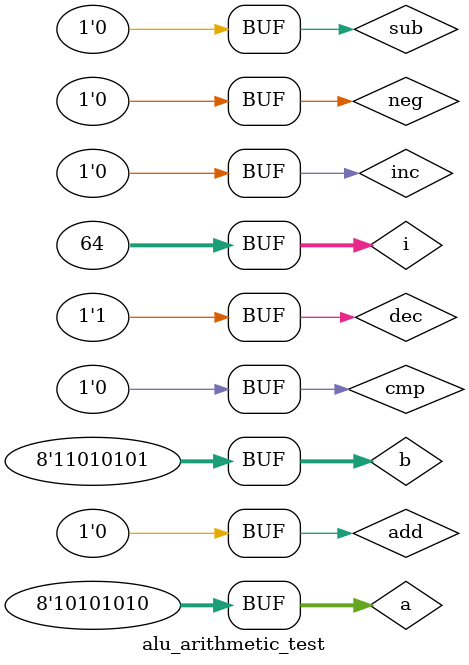
<source format=v>

`timescale 1ns / 1ps

module alu_arithmetic_test();

// Inputs
   reg dec = 0;
   reg inc = 0;
   reg add = 0;
   reg sub = 0;
   reg cmp = 0;
   reg [7:0] a = 0;
   reg [7:0] b = 0;
   reg neg = 0;
	integer i;

// Output
   wire [7:0] sum;
   wire c_out;

// Bidirs

// Instantiate the UUT
   alu_arithmetic UUT (
		.dec(dec), 
		.inc(inc), 
		.add(add), 
		.sub(sub), 
		.cmp(cmp), 
		.a(a), 
		.b(b), 
		.sum(sum), 
		.c_out(c_out), 
		.neg(neg)
   );
// Initialize Inputs
	initial begin
		#50;
		a = 8'b10101010;
		b = 8'b11010101;
		#50;
		for (i=1;i<(1<<6);i=i*2)
			begin
				{dec, inc, add, sub, cmp, neg} = i;
				#50;
			end
	end
endmodule

</source>
